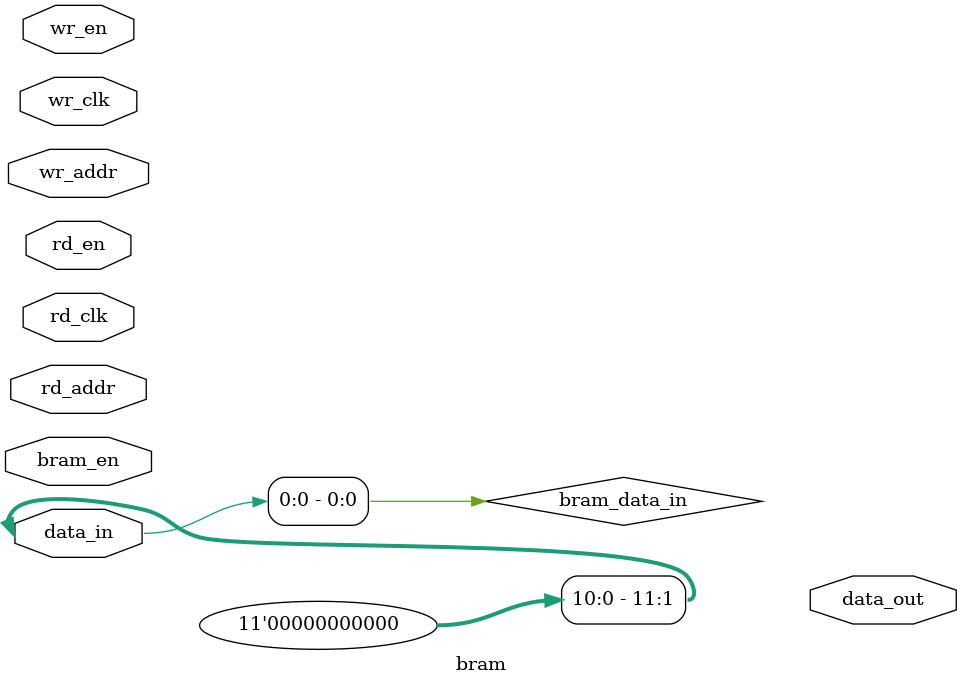
<source format=v>

/* BRAM is used to store data temperorly until it 
   is read.

   It has 640*480 rows. Each row is of 12-bit.
   
   Infer dual-port BRAM with dual clocks:
    https://docs.xilinx.com/v/u/2019.2-English/ug901-vivado-synthesis (page 126)*/
   
module bram 
 (
    input wire rd_clk,
    input wire rd_en,
    input wire [18:0] rd_addr,

    input wire wr_clk,
    input wire wr_en,
    input wire [18:0] wr_addr,

    input wire bram_en,
    input wire [11:0]data_in,
    output reg [11:0]data_out

);

// Declaring a ram.
localparam WIDTH = 12 ;
localparam DEPTH = 640*480;
reg [WIDTH - 1: 0]bram[0:DEPTH - 1];

reg bram_data_in;
  

// To read data from ram
always @(posedge rd_clk ) begin
        if(rd_en)
            bram_data_in <= bram[rd_addr];
end
  
assign data_in = bram_data_in;

  
// To write data to ram.
always @(posedge wr_clk ) begin
        if(bram_en)
            if(wr_en)
                bram[rd_addr] <= data_in ;
end
    
endmodule



</source>
